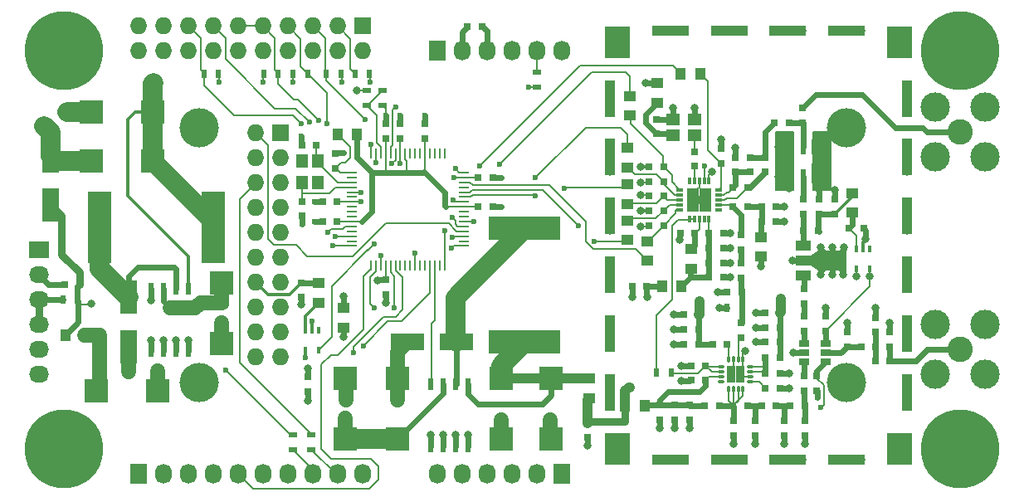
<source format=gbr>
G04 #@! TF.FileFunction,Copper,L4,Bot,Signal*
%FSLAX46Y46*%
G04 Gerber Fmt 4.6, Leading zero omitted, Abs format (unit mm)*
G04 Created by KiCad (PCBNEW 201611221049+7374~55~ubuntu16.04.1-product) date Sun Nov 27 19:54:39 2016*
%MOMM*%
%LPD*%
G01*
G04 APERTURE LIST*
%ADD10C,0.100000*%
%ADD11R,0.750000X0.800000*%
%ADD12R,0.800000X0.750000*%
%ADD13R,2.430000X2.370000*%
%ADD14R,2.370000X2.430000*%
%ADD15R,1.800860X3.500120*%
%ADD16R,3.500120X1.800860*%
%ADD17R,0.406400X0.660400*%
%ADD18R,0.508000X1.143000*%
%ADD19R,0.250000X1.000000*%
%ADD20R,1.000000X0.250000*%
%ADD21R,1.000000X1.500000*%
%ADD22R,1.000000X2.100000*%
%ADD23R,0.600000X1.500000*%
%ADD24R,1.060000X0.650000*%
%ADD25R,1.501140X1.000760*%
%ADD26R,2.999740X1.998980*%
%ADD27C,0.749300*%
%ADD28R,0.500000X0.900000*%
%ADD29R,2.032000X1.727200*%
%ADD30O,2.032000X1.727200*%
%ADD31R,1.727200X2.032000*%
%ADD32O,1.727200X2.032000*%
%ADD33C,2.600000*%
%ADD34C,3.000000*%
%ADD35R,1.727200X1.727200*%
%ADD36O,1.727200X1.727200*%
%ADD37R,2.400000X7.300000*%
%ADD38R,7.300000X2.400000*%
%ADD39R,0.900000X0.500000*%
%ADD40R,0.730000X0.300000*%
%ADD41R,0.300000X0.730000*%
%ADD42R,1.250000X1.250000*%
%ADD43O,0.300000X0.800000*%
%ADD44O,0.800000X0.300000*%
%ADD45R,0.875000X0.875000*%
%ADD46R,1.200000X1.400000*%
%ADD47R,1.400000X1.200000*%
%ADD48R,1.250000X1.000000*%
%ADD49R,1.000000X1.250000*%
%ADD50C,4.000000*%
%ADD51C,8.000000*%
%ADD52R,1.000000X3.800000*%
%ADD53R,2.550000X3.300000*%
%ADD54R,3.800000X1.000000*%
%ADD55C,1.400000*%
%ADD56C,0.800000*%
%ADD57C,1.600000*%
%ADD58C,0.600000*%
%ADD59C,1.000000*%
%ADD60C,0.300000*%
%ADD61C,0.600000*%
%ADD62C,1.500000*%
%ADD63C,2.000000*%
%ADD64C,0.200000*%
%ADD65C,1.000000*%
%ADD66C,0.800000*%
G04 APERTURE END LIST*
D10*
D11*
X64900000Y-130350000D03*
X64900000Y-131850000D03*
D12*
X83350000Y-104200000D03*
X81850000Y-104200000D03*
X42250000Y-130500000D03*
X40750000Y-130500000D03*
D13*
X56800000Y-136570000D03*
X56800000Y-130330000D03*
X74700000Y-140080000D03*
X74700000Y-146320000D03*
D14*
X50220000Y-141400000D03*
X43980000Y-141400000D03*
D13*
X69400000Y-140080000D03*
X69400000Y-146320000D03*
D14*
X43480000Y-117950000D03*
X49720000Y-117950000D03*
D13*
X90400000Y-146320000D03*
X90400000Y-140080000D03*
D14*
X43480000Y-112950000D03*
X49720000Y-112950000D03*
D13*
X85300000Y-146320000D03*
X85300000Y-140080000D03*
D11*
X65600000Y-139950000D03*
X65600000Y-141450000D03*
X94100000Y-144650000D03*
X94100000Y-146150000D03*
D12*
X68550000Y-124100000D03*
X67050000Y-124100000D03*
X82950000Y-122600000D03*
X84450000Y-122600000D03*
D11*
X73500000Y-115650000D03*
X73500000Y-114150000D03*
X68400000Y-118650000D03*
X68400000Y-117150000D03*
X77500000Y-115650000D03*
X77500000Y-114150000D03*
D12*
X66450000Y-116300000D03*
X64950000Y-116300000D03*
X68550000Y-122100000D03*
X67050000Y-122100000D03*
D11*
X73500000Y-130050000D03*
X73500000Y-131550000D03*
D12*
X82950000Y-119600000D03*
X84450000Y-119600000D03*
D11*
X65000000Y-122050000D03*
X65000000Y-123550000D03*
X75000000Y-115650000D03*
X75000000Y-114150000D03*
D12*
X101850000Y-124500000D03*
X100350000Y-124500000D03*
X101850000Y-123000000D03*
X100350000Y-123000000D03*
X101850000Y-121500000D03*
X100350000Y-121500000D03*
X101850000Y-120000000D03*
X100350000Y-120000000D03*
X101850000Y-118500000D03*
X100350000Y-118500000D03*
D11*
X107700000Y-118150000D03*
X107700000Y-116650000D03*
D12*
X98650000Y-130700000D03*
X100150000Y-130700000D03*
X103550000Y-125300000D03*
X105050000Y-125300000D03*
D11*
X105000000Y-118450000D03*
X105000000Y-116950000D03*
X101100000Y-115150000D03*
X101100000Y-113650000D03*
D12*
X106450000Y-129800000D03*
X107950000Y-129800000D03*
X106450000Y-128300000D03*
X107950000Y-128300000D03*
X106450000Y-126800000D03*
X107950000Y-126800000D03*
X106450000Y-125300000D03*
X107950000Y-125300000D03*
X111850000Y-124100000D03*
X113350000Y-124100000D03*
X111850000Y-122600000D03*
X113350000Y-122600000D03*
D11*
X109200000Y-119050000D03*
X109200000Y-117550000D03*
X109800000Y-125450000D03*
X109800000Y-126950000D03*
X112200000Y-119050000D03*
X112200000Y-117550000D03*
X109800000Y-135950000D03*
X109800000Y-134450000D03*
D12*
X109850000Y-131300000D03*
X108350000Y-131300000D03*
X103950000Y-133600000D03*
X105450000Y-133600000D03*
X103950000Y-135100000D03*
X105450000Y-135100000D03*
X103950000Y-136600000D03*
X105450000Y-136600000D03*
X114650000Y-114000000D03*
X113150000Y-114000000D03*
D11*
X116050000Y-112500000D03*
X116050000Y-114000000D03*
D12*
X104650000Y-138800000D03*
X106150000Y-138800000D03*
X112250000Y-139600000D03*
X113750000Y-139600000D03*
X113750000Y-136400000D03*
X112250000Y-136400000D03*
X113750000Y-134900000D03*
X112250000Y-134900000D03*
X113750000Y-133400000D03*
X112250000Y-133400000D03*
X106150000Y-140300000D03*
X104650000Y-140300000D03*
X112250000Y-141100000D03*
X113750000Y-141100000D03*
D11*
X109000000Y-144450000D03*
X109000000Y-145950000D03*
X104500000Y-142850000D03*
X104500000Y-144350000D03*
X103000000Y-142850000D03*
X103000000Y-144350000D03*
X101500000Y-142850000D03*
X101500000Y-144350000D03*
D12*
X120750000Y-124800000D03*
X122250000Y-124800000D03*
D11*
X111200000Y-144450000D03*
X111200000Y-145950000D03*
X116200000Y-139850000D03*
X116200000Y-141350000D03*
X116200000Y-133750000D03*
X116200000Y-135250000D03*
X116100000Y-121850000D03*
X116100000Y-123350000D03*
X114200000Y-144450000D03*
X114200000Y-145950000D03*
X117700000Y-123350000D03*
X117700000Y-121850000D03*
X119300000Y-123350000D03*
X119300000Y-121850000D03*
X116300000Y-144450000D03*
X116300000Y-145950000D03*
X120600000Y-136850000D03*
X120600000Y-135350000D03*
X117500000Y-139850000D03*
X117500000Y-141350000D03*
X123500000Y-135400000D03*
X123500000Y-133900000D03*
X118400000Y-135250000D03*
X118400000Y-133750000D03*
D12*
X123450000Y-138300000D03*
X124950000Y-138300000D03*
D15*
X47250000Y-136849360D03*
X47250000Y-131850640D03*
D16*
X75700640Y-136400000D03*
X80699360Y-136400000D03*
D17*
X65339600Y-135184000D03*
X66660400Y-135184000D03*
X66000000Y-135184000D03*
X66660400Y-137216000D03*
X65339600Y-137216000D03*
D18*
X49545000Y-137325000D03*
X50815000Y-137325000D03*
X52085000Y-137325000D03*
X53355000Y-137325000D03*
X53355000Y-130975000D03*
X52085000Y-130975000D03*
X50815000Y-130975000D03*
X49545000Y-130975000D03*
X78095000Y-147075000D03*
X79365000Y-147075000D03*
X80635000Y-147075000D03*
X81905000Y-147075000D03*
X81905000Y-140725000D03*
X80635000Y-140725000D03*
X79365000Y-140725000D03*
X78095000Y-140725000D03*
D19*
X72000000Y-117150000D03*
X72500000Y-117150000D03*
X73000000Y-117150000D03*
X73500000Y-117150000D03*
X74000000Y-117150000D03*
X74500000Y-117150000D03*
X75000000Y-117150000D03*
X75500000Y-117150000D03*
X76000000Y-117150000D03*
X76500000Y-117150000D03*
X77000000Y-117150000D03*
X77500000Y-117150000D03*
X78000000Y-117150000D03*
X78500000Y-117150000D03*
X79000000Y-117150000D03*
X79500000Y-117150000D03*
D20*
X81450000Y-119100000D03*
X81450000Y-119600000D03*
X81450000Y-120100000D03*
X81450000Y-120600000D03*
X81450000Y-121100000D03*
X81450000Y-121600000D03*
X81450000Y-122100000D03*
X81450000Y-122600000D03*
X81450000Y-123100000D03*
X81450000Y-123600000D03*
X81450000Y-124100000D03*
X81450000Y-124600000D03*
X81450000Y-125100000D03*
X81450000Y-125600000D03*
X81450000Y-126100000D03*
X81450000Y-126600000D03*
D19*
X79500000Y-128550000D03*
X79000000Y-128550000D03*
X78500000Y-128550000D03*
X78000000Y-128550000D03*
X77500000Y-128550000D03*
X77000000Y-128550000D03*
X76500000Y-128550000D03*
X76000000Y-128550000D03*
X75500000Y-128550000D03*
X75000000Y-128550000D03*
X74500000Y-128550000D03*
X74000000Y-128550000D03*
X73500000Y-128550000D03*
X73000000Y-128550000D03*
X72500000Y-128550000D03*
X72000000Y-128550000D03*
D20*
X70050000Y-126600000D03*
X70050000Y-126100000D03*
X70050000Y-125600000D03*
X70050000Y-125100000D03*
X70050000Y-124600000D03*
X70050000Y-124100000D03*
X70050000Y-123600000D03*
X70050000Y-123100000D03*
X70050000Y-122600000D03*
X70050000Y-122100000D03*
X70050000Y-121600000D03*
X70050000Y-121100000D03*
X70050000Y-120600000D03*
X70050000Y-120100000D03*
X70050000Y-119600000D03*
X70050000Y-119100000D03*
D17*
X121539600Y-126884000D03*
X122860400Y-126884000D03*
X122200000Y-126884000D03*
X122860400Y-128916000D03*
X121539600Y-128916000D03*
D21*
X117500000Y-116500000D03*
X114700000Y-116500000D03*
X114700000Y-119500000D03*
D22*
X117500000Y-119200000D03*
D23*
X116100000Y-116500000D03*
X116100000Y-119500000D03*
D24*
X116200000Y-138450000D03*
X116200000Y-137500000D03*
X116200000Y-136550000D03*
X118400000Y-136550000D03*
X118400000Y-138450000D03*
X118400000Y-137500000D03*
D25*
X116148340Y-129601140D03*
X116148340Y-128100000D03*
X116148340Y-126598860D03*
D26*
X119099820Y-128100000D03*
D27*
X117250700Y-128100000D03*
D10*
G36*
X116876050Y-127599620D02*
X117625350Y-127099240D01*
X117625350Y-129100760D01*
X116876050Y-128600380D01*
X116876050Y-127599620D01*
X116876050Y-127599620D01*
G37*
D28*
X40550000Y-132100000D03*
X42050000Y-132100000D03*
D29*
X38100000Y-127000000D03*
D30*
X38100000Y-129540000D03*
X38100000Y-132080000D03*
X38100000Y-134620000D03*
X38100000Y-137160000D03*
X38100000Y-139700000D03*
D31*
X48260000Y-149860000D03*
D32*
X50800000Y-149860000D03*
X53340000Y-149860000D03*
X55880000Y-149860000D03*
X58420000Y-149860000D03*
X60960000Y-149860000D03*
X63500000Y-149860000D03*
X66040000Y-149860000D03*
X68580000Y-149860000D03*
X71120000Y-149860000D03*
D31*
X91440000Y-149860000D03*
D32*
X88900000Y-149860000D03*
X86360000Y-149860000D03*
X83820000Y-149860000D03*
X81280000Y-149860000D03*
X78740000Y-149860000D03*
D31*
X78740000Y-106680000D03*
D32*
X81280000Y-106680000D03*
X83820000Y-106680000D03*
X86360000Y-106680000D03*
X88900000Y-106680000D03*
X91440000Y-106680000D03*
D33*
X132080000Y-137160000D03*
D34*
X134620000Y-139700000D03*
X134620000Y-134620000D03*
X129540000Y-134620000D03*
X129540000Y-139700000D03*
D33*
X132080000Y-114935000D03*
D34*
X129540000Y-117475000D03*
X134620000Y-117475000D03*
X134620000Y-112395000D03*
X129540000Y-112395000D03*
D35*
X62770000Y-115070000D03*
D36*
X60230000Y-115070000D03*
X62770000Y-117610000D03*
X60230000Y-117610000D03*
X62770000Y-120150000D03*
X60230000Y-120150000D03*
X62770000Y-122690000D03*
X60230000Y-122690000D03*
X62770000Y-125230000D03*
X60230000Y-125230000D03*
X62770000Y-127770000D03*
X60230000Y-127770000D03*
X62770000Y-130310000D03*
X60230000Y-130310000D03*
X62770000Y-132850000D03*
X60230000Y-132850000D03*
X62770000Y-135390000D03*
X60230000Y-135390000D03*
X62770000Y-137930000D03*
X60230000Y-137930000D03*
D35*
X71120000Y-104140000D03*
D36*
X71120000Y-106680000D03*
X68580000Y-104140000D03*
X68580000Y-106680000D03*
X66040000Y-104140000D03*
X66040000Y-106680000D03*
X63500000Y-104140000D03*
X63500000Y-106680000D03*
X60960000Y-104140000D03*
X60960000Y-106680000D03*
X58420000Y-104140000D03*
X58420000Y-106680000D03*
X55880000Y-104140000D03*
X55880000Y-106680000D03*
X53340000Y-104140000D03*
X53340000Y-106680000D03*
X50800000Y-104140000D03*
X50800000Y-106680000D03*
X48260000Y-104140000D03*
X48260000Y-106680000D03*
D37*
X55900000Y-124700000D03*
X44300000Y-124700000D03*
D38*
X87700000Y-136400000D03*
X87700000Y-124800000D03*
D39*
X64000000Y-147350000D03*
X64000000Y-145850000D03*
X88900000Y-110350000D03*
X88900000Y-108850000D03*
X65900000Y-145850000D03*
X65900000Y-147350000D03*
X71600000Y-110750000D03*
X71600000Y-112250000D03*
X73200000Y-110750000D03*
X73200000Y-112250000D03*
D28*
X56450000Y-109000000D03*
X54950000Y-109000000D03*
X61050000Y-109000000D03*
X62550000Y-109000000D03*
X64050000Y-109000000D03*
X65550000Y-109000000D03*
X68950000Y-109000000D03*
X67450000Y-109000000D03*
X71850000Y-109000000D03*
X70350000Y-109000000D03*
X109850000Y-132900000D03*
X108350000Y-132900000D03*
X101150000Y-139500000D03*
X102650000Y-139500000D03*
D40*
X107465000Y-120900000D03*
X107465000Y-121400000D03*
X107465000Y-121900000D03*
X107465000Y-122400000D03*
X107465000Y-122900000D03*
D41*
X106500000Y-123865000D03*
X106000000Y-123865000D03*
X105500000Y-123865000D03*
X105000000Y-123865000D03*
X104500000Y-123865000D03*
D40*
X103535000Y-122900000D03*
X103535000Y-122400000D03*
X103535000Y-121900000D03*
X103535000Y-121400000D03*
X103535000Y-120900000D03*
D41*
X104500000Y-119935000D03*
X105000000Y-119935000D03*
X105500000Y-119935000D03*
X106000000Y-119935000D03*
X106500000Y-119935000D03*
D42*
X104875000Y-122525000D03*
X104875000Y-121275000D03*
X106125000Y-122525000D03*
X106125000Y-121275000D03*
D43*
X108470000Y-138200000D03*
X108970000Y-138200000D03*
X109470000Y-138200000D03*
X109970000Y-138200000D03*
D44*
X110720000Y-138950000D03*
X110720000Y-139450000D03*
X110720000Y-139950000D03*
X110720000Y-140450000D03*
D43*
X109970000Y-141200000D03*
X109470000Y-141200000D03*
X108970000Y-141200000D03*
X108470000Y-141200000D03*
D44*
X107720000Y-140450000D03*
X107720000Y-139950000D03*
X107720000Y-139450000D03*
X107720000Y-138950000D03*
D45*
X109657500Y-140137500D03*
X108782500Y-140137500D03*
X109657500Y-139262500D03*
X108782500Y-139262500D03*
D46*
X66600000Y-117900000D03*
X66600000Y-120100000D03*
X65000000Y-117900000D03*
X65000000Y-120100000D03*
D47*
X102800000Y-113700000D03*
X105000000Y-113700000D03*
X102800000Y-115300000D03*
X105000000Y-115300000D03*
D48*
X66700000Y-132400000D03*
X66700000Y-130400000D03*
D49*
X40800000Y-135700000D03*
X42800000Y-135700000D03*
D48*
X94300000Y-140100000D03*
X94300000Y-142100000D03*
X69200000Y-132900000D03*
X69200000Y-134900000D03*
D49*
X68600000Y-115200000D03*
X70600000Y-115200000D03*
D48*
X100200000Y-128100000D03*
X100200000Y-126100000D03*
X98200000Y-126000000D03*
X98200000Y-124000000D03*
X98200000Y-120300000D03*
X98200000Y-122300000D03*
X98200000Y-116600000D03*
X98200000Y-118600000D03*
X98400000Y-111300000D03*
X98400000Y-113300000D03*
D49*
X103600000Y-109000000D03*
X105600000Y-109000000D03*
X103700000Y-130700000D03*
X101700000Y-130700000D03*
D48*
X104700000Y-126900000D03*
X104700000Y-128900000D03*
X101200000Y-112000000D03*
X101200000Y-110000000D03*
X111800000Y-125700000D03*
X111800000Y-127700000D03*
D12*
X110450000Y-122600000D03*
X108950000Y-122600000D03*
X108950000Y-120600000D03*
X110450000Y-120600000D03*
D11*
X110700000Y-119050000D03*
X110700000Y-117550000D03*
X109800000Y-128350000D03*
X109800000Y-129850000D03*
D12*
X108350000Y-136600000D03*
X106850000Y-136600000D03*
X113750000Y-138000000D03*
X112250000Y-138000000D03*
D49*
X97900000Y-142900000D03*
X99900000Y-142900000D03*
D12*
X107550000Y-142900000D03*
X106050000Y-142900000D03*
X108950000Y-142900000D03*
X110450000Y-142900000D03*
D48*
X121100000Y-123200000D03*
X121100000Y-121200000D03*
D12*
X111850000Y-142900000D03*
X113350000Y-142900000D03*
X117650000Y-125000000D03*
X116150000Y-125000000D03*
X114750000Y-142900000D03*
X116250000Y-142900000D03*
D11*
X116200000Y-130950000D03*
X116200000Y-132450000D03*
D12*
X122000000Y-136850000D03*
X123500000Y-136850000D03*
D11*
X124900000Y-136850000D03*
X124900000Y-135350000D03*
D50*
X120500000Y-140500000D03*
X54500000Y-114500000D03*
X120500000Y-114500000D03*
X54500000Y-140500000D03*
D51*
X40640000Y-147320000D03*
X132080000Y-147320000D03*
X132080000Y-106680000D03*
X40640000Y-106680000D03*
D52*
X126685000Y-141540000D03*
X126685000Y-135540000D03*
X126685000Y-129540000D03*
X126685000Y-123540000D03*
X126685000Y-117540000D03*
X126685000Y-111540000D03*
X96385000Y-141540000D03*
X96385000Y-135540000D03*
X96385000Y-129540000D03*
X96385000Y-123540000D03*
X96385000Y-117540000D03*
X96385000Y-111540000D03*
D53*
X125910000Y-147290000D03*
X125910000Y-105790000D03*
X97160000Y-147290000D03*
X97160000Y-105790000D03*
D54*
X102535000Y-104640000D03*
X108535000Y-104640000D03*
X114535000Y-104640000D03*
X120535000Y-104640000D03*
X102535000Y-148440000D03*
X108535000Y-148440000D03*
X114535000Y-148440000D03*
X120535000Y-148440000D03*
D15*
X39300000Y-122399360D03*
X39300000Y-117400640D03*
D55*
X47300000Y-139400000D03*
X50250000Y-139350000D03*
X56800000Y-134450000D03*
D56*
X53350000Y-136175000D03*
X52100000Y-136175000D03*
X50825000Y-136175000D03*
X49550000Y-136175000D03*
X49550000Y-132150000D03*
D57*
X38650000Y-114350000D03*
X41000000Y-112950000D03*
D56*
X123500000Y-132950000D03*
D58*
X117550000Y-142050000D03*
D56*
X99500000Y-121400000D03*
X99500000Y-124600000D03*
X99500000Y-120100000D03*
X103700000Y-140400000D03*
X73500000Y-132400000D03*
X65600000Y-142400000D03*
X64900000Y-132600000D03*
D58*
X66000000Y-134300000D03*
X85300000Y-122600000D03*
X85300000Y-119600000D03*
X66200000Y-124100000D03*
X66200000Y-122100000D03*
X65000000Y-124400000D03*
X64900000Y-115400000D03*
X69200000Y-117100000D03*
X77500000Y-113300000D03*
X73500000Y-113300000D03*
X75000000Y-113300000D03*
X80600000Y-118700000D03*
X73000000Y-127600000D03*
X72500000Y-118100000D03*
X71000000Y-121100000D03*
D55*
X90300000Y-144300000D03*
X85300000Y-144300000D03*
X69500000Y-142300000D03*
X74700000Y-142300000D03*
D56*
X78100000Y-145900000D03*
X79400000Y-145900000D03*
X80600000Y-145900000D03*
X81900000Y-145900000D03*
X126700000Y-107000000D03*
X126700000Y-104600000D03*
X125100000Y-104600000D03*
X122000000Y-104600000D03*
X119100000Y-104600000D03*
X116000000Y-104600000D03*
X113100000Y-104600000D03*
X110000000Y-104600000D03*
X107100000Y-104600000D03*
X104000000Y-104600000D03*
X101100000Y-104600000D03*
X98000000Y-104600000D03*
X96400000Y-104600000D03*
X96400000Y-107000000D03*
X96400000Y-110100000D03*
X96400000Y-113000000D03*
X96400000Y-116100000D03*
X96400000Y-119000000D03*
X96400000Y-122100000D03*
X96400000Y-125000000D03*
X96400000Y-128100000D03*
X96400000Y-131000000D03*
X96400000Y-137000000D03*
X96400000Y-134100000D03*
X96400000Y-140100000D03*
X96400000Y-143000000D03*
X96300000Y-146100000D03*
X96300000Y-148500000D03*
X98000000Y-148500000D03*
X101100000Y-148400000D03*
X104000000Y-148400000D03*
X107100000Y-148400000D03*
X110000000Y-148400000D03*
X113100000Y-148400000D03*
X116000000Y-148400000D03*
X119100000Y-148400000D03*
X122000000Y-148400000D03*
X125100000Y-148500000D03*
X126700000Y-148500000D03*
X126700000Y-146100000D03*
X126700000Y-143000000D03*
X126700000Y-140100000D03*
X126700000Y-137000000D03*
X126700000Y-134100000D03*
X126700000Y-131000000D03*
X126700000Y-128100000D03*
X126700000Y-125000000D03*
X126700000Y-122100000D03*
X126700000Y-119000000D03*
X126700000Y-116100000D03*
X126700000Y-113000000D03*
X126700000Y-110100000D03*
X99500000Y-118500000D03*
X99500000Y-123000000D03*
X102800000Y-112500000D03*
X105000000Y-112500000D03*
X98700000Y-131800000D03*
X107700000Y-115700000D03*
X105500000Y-121900000D03*
X104700000Y-121100000D03*
X106300000Y-121100000D03*
X106300000Y-122700000D03*
X104700000Y-122700000D03*
X107600000Y-132900000D03*
X107400000Y-131300000D03*
X109200000Y-116600000D03*
X114200000Y-124100000D03*
X114200000Y-122600000D03*
X103500000Y-126000000D03*
X108700000Y-129800000D03*
X108700000Y-128300000D03*
X108700000Y-126800000D03*
X108700000Y-125300000D03*
X94100000Y-147000000D03*
X102900000Y-133600000D03*
X102900000Y-135100000D03*
X102900000Y-136600000D03*
X111300000Y-136400000D03*
X111300000Y-134900000D03*
X111300000Y-133400000D03*
X110200000Y-137300000D03*
X108782500Y-140137500D03*
X108782500Y-139262500D03*
X109657500Y-140137500D03*
X109657500Y-139262500D03*
X114700000Y-139600000D03*
X114700000Y-141100000D03*
X103700000Y-138800000D03*
X101500000Y-145200000D03*
X103000000Y-145200000D03*
X104500000Y-145200000D03*
X109000000Y-146800000D03*
X111200000Y-146800000D03*
X114200000Y-146800000D03*
X116300000Y-146800000D03*
X118400000Y-132900000D03*
X122500000Y-125900000D03*
X120200000Y-129500000D03*
X120300000Y-126700000D03*
X117900000Y-129500000D03*
X117900000Y-126700000D03*
X119100000Y-129500000D03*
X119100000Y-126700000D03*
X115000000Y-128100000D03*
X113600000Y-116500000D03*
X114700000Y-115300000D03*
X117500000Y-115300000D03*
X118600000Y-116500000D03*
X113600000Y-119500000D03*
X114700000Y-120700000D03*
X118600000Y-119200000D03*
X117700000Y-120800000D03*
X119300000Y-120900000D03*
X115100000Y-137500000D03*
X124900000Y-134400000D03*
X120600000Y-134400000D03*
D57*
X49800000Y-109950000D03*
D56*
X65600000Y-139100000D03*
D58*
X65300000Y-138000000D03*
D56*
X69200000Y-135900000D03*
X100000000Y-110000000D03*
X111800000Y-128700000D03*
X100200000Y-131800000D03*
X121500000Y-129700000D03*
X43500000Y-132500000D03*
X70600000Y-110700000D03*
D57*
X56800000Y-132400000D03*
D55*
X69400000Y-144200000D03*
X44300000Y-135700000D03*
D59*
X113800000Y-132000000D03*
X98400000Y-141000000D03*
X105500000Y-132200000D03*
D56*
X72700000Y-130100000D03*
D58*
X56500000Y-109900000D03*
X61000000Y-109900000D03*
X64000000Y-109900000D03*
X69000000Y-109900000D03*
X71900000Y-109900000D03*
X80500000Y-119600000D03*
X75000000Y-118200000D03*
X72000000Y-116200000D03*
X71000000Y-122100000D03*
D56*
X69200000Y-131700000D03*
D58*
X117900000Y-143100000D03*
X106000000Y-118450000D03*
D56*
X106800000Y-119000000D03*
X122900000Y-129700000D03*
D58*
X57200000Y-139250000D03*
X80300000Y-125700000D03*
X88050000Y-110350000D03*
X74500000Y-112400000D03*
X74150000Y-118200000D03*
X94800000Y-126100000D03*
X93200000Y-124500000D03*
X88800000Y-121500000D03*
X88800000Y-119650000D03*
X80400000Y-121900000D03*
X83100000Y-118400000D03*
X91700000Y-120700000D03*
X82500000Y-124100000D03*
X80300000Y-123700000D03*
X85100000Y-118300000D03*
X72300000Y-126400000D03*
X80250000Y-126850000D03*
X71400000Y-113700000D03*
X79500000Y-125000000D03*
X71200000Y-136800000D03*
X76500000Y-127350000D03*
X64900000Y-114150000D03*
X70200000Y-137500000D03*
X74400000Y-132900000D03*
X72300000Y-132900000D03*
X65700000Y-113950000D03*
X68100000Y-126600000D03*
X67500000Y-114150000D03*
X68400000Y-125600000D03*
X67600000Y-125200000D03*
X66700000Y-113800000D03*
D60*
X60230000Y-130310000D02*
X61470000Y-131550000D01*
X63700000Y-131550000D02*
X64900000Y-130350000D01*
X61470000Y-131550000D02*
X63700000Y-131550000D01*
D61*
X64900000Y-130350000D02*
X64950000Y-130400000D01*
X64950000Y-130400000D02*
X66700000Y-130400000D01*
D62*
X47250000Y-136849360D02*
X47300000Y-136899360D01*
X47300000Y-136899360D02*
X47300000Y-139400000D01*
X50220000Y-141400000D02*
X50250000Y-141370000D01*
X50250000Y-141370000D02*
X50250000Y-139350000D01*
X56800000Y-136570000D02*
X56800000Y-134450000D01*
D61*
X53355000Y-137325000D02*
X53350000Y-137320000D01*
X53350000Y-137320000D02*
X53350000Y-136175000D01*
X52085000Y-137325000D02*
X52100000Y-137310000D01*
X52100000Y-137310000D02*
X52100000Y-136175000D01*
X50815000Y-137325000D02*
X50825000Y-137315000D01*
X50825000Y-137315000D02*
X50825000Y-136175000D01*
X49545000Y-137325000D02*
X49550000Y-137320000D01*
X49550000Y-137320000D02*
X49550000Y-136175000D01*
X49545000Y-130975000D02*
X49545000Y-132145000D01*
X49545000Y-132145000D02*
X49550000Y-132150000D01*
D63*
X43480000Y-117950000D02*
X39849360Y-117950000D01*
X39849360Y-117950000D02*
X39300000Y-117400640D01*
X39300000Y-117400640D02*
X39300000Y-115000000D01*
X39300000Y-115000000D02*
X38650000Y-114350000D01*
X43480000Y-112950000D02*
X41050000Y-112950000D01*
X41050000Y-112950000D02*
X41000000Y-112950000D01*
D61*
X123500000Y-133900000D02*
X123500000Y-132950000D01*
X117500000Y-141350000D02*
X117550000Y-141350000D01*
X117550000Y-141350000D02*
X117550000Y-142050000D01*
X40750000Y-130500000D02*
X39060000Y-130500000D01*
X39060000Y-130500000D02*
X38100000Y-129540000D01*
D64*
X99500000Y-121400000D02*
X100250000Y-121400000D01*
X100250000Y-121400000D02*
X100350000Y-121500000D01*
X99500000Y-124600000D02*
X100250000Y-124600000D01*
X100250000Y-124600000D02*
X100350000Y-124500000D01*
X99500000Y-120100000D02*
X100250000Y-120100000D01*
X100250000Y-120100000D02*
X100350000Y-120000000D01*
D61*
X103700000Y-140400000D02*
X104550000Y-140400000D01*
X104550000Y-140400000D02*
X104650000Y-140300000D01*
X117250700Y-128100000D02*
X119099820Y-128100000D01*
X119099820Y-128100000D02*
X116148340Y-128100000D01*
X73500000Y-131550000D02*
X73500000Y-132400000D01*
X65600000Y-141450000D02*
X65600000Y-142400000D01*
X64900000Y-131850000D02*
X64900000Y-132600000D01*
X81280000Y-106680000D02*
X81280000Y-104770000D01*
X81280000Y-104770000D02*
X81850000Y-104200000D01*
D60*
X66000000Y-135184000D02*
X66000000Y-134300000D01*
D61*
X84450000Y-122600000D02*
X85300000Y-122600000D01*
X84450000Y-119600000D02*
X85300000Y-119600000D01*
X67050000Y-124100000D02*
X66200000Y-124100000D01*
X67050000Y-122100000D02*
X66200000Y-122100000D01*
X65000000Y-123550000D02*
X65000000Y-124400000D01*
X64950000Y-116300000D02*
X64900000Y-116250000D01*
X64900000Y-116250000D02*
X64900000Y-115400000D01*
X68400000Y-117150000D02*
X68450000Y-117100000D01*
X68450000Y-117100000D02*
X69200000Y-117100000D01*
X77500000Y-114150000D02*
X77500000Y-113300000D01*
D64*
X73200000Y-112250000D02*
X73500000Y-112550000D01*
D61*
X73500000Y-113300000D02*
X73500000Y-114150000D01*
D64*
X73500000Y-112550000D02*
X73500000Y-113300000D01*
D61*
X75000000Y-114150000D02*
X75000000Y-113300000D01*
D64*
X80600000Y-118700000D02*
X81000000Y-119100000D01*
X81000000Y-119100000D02*
X81450000Y-119100000D01*
X73000000Y-128550000D02*
X73000000Y-127600000D01*
X72500000Y-117150000D02*
X72500000Y-118100000D01*
X70050000Y-121100000D02*
X71000000Y-121100000D01*
D62*
X90400000Y-146320000D02*
X90300000Y-146220000D01*
X90300000Y-146220000D02*
X90300000Y-144300000D01*
X85300000Y-146320000D02*
X85300000Y-144300000D01*
X69400000Y-140080000D02*
X69500000Y-140180000D01*
X69500000Y-140180000D02*
X69500000Y-142300000D01*
X75700640Y-136400000D02*
X74700000Y-137400640D01*
X74700000Y-137400640D02*
X74700000Y-140080000D01*
X74700000Y-140080000D02*
X74700000Y-142300000D01*
D61*
X78095000Y-147075000D02*
X78100000Y-147070000D01*
X78100000Y-147070000D02*
X78100000Y-145900000D01*
X79365000Y-147075000D02*
X79400000Y-147040000D01*
X79400000Y-147040000D02*
X79400000Y-145900000D01*
X80635000Y-147075000D02*
X80600000Y-147040000D01*
X80600000Y-147040000D02*
X80600000Y-145900000D01*
X81905000Y-147075000D02*
X81900000Y-147070000D01*
X81900000Y-147070000D02*
X81900000Y-145900000D01*
D60*
X100350000Y-118500000D02*
X99500000Y-118500000D01*
X100350000Y-123000000D02*
X99500000Y-123000000D01*
D61*
X122250000Y-124800000D02*
X122500000Y-125050000D01*
X122500000Y-125050000D02*
X122500000Y-125900000D01*
X102800000Y-113700000D02*
X102750000Y-113650000D01*
X102750000Y-113650000D02*
X101100000Y-113650000D01*
X102800000Y-113700000D02*
X102800000Y-112500000D01*
X105000000Y-113700000D02*
X105000000Y-112500000D01*
X98650000Y-130700000D02*
X98700000Y-130750000D01*
X98700000Y-130750000D02*
X98700000Y-131800000D01*
X107700000Y-116650000D02*
X107700000Y-115700000D01*
D64*
X105500000Y-119935000D02*
X105500000Y-120600000D01*
X105500000Y-120600000D02*
X105500000Y-120650000D01*
X105500000Y-120650000D02*
X104700000Y-121100000D01*
D61*
X108350000Y-132900000D02*
X107600000Y-132900000D01*
X108350000Y-131300000D02*
X107400000Y-131300000D01*
X109200000Y-117550000D02*
X109200000Y-116600000D01*
X113350000Y-124100000D02*
X114200000Y-124100000D01*
X113350000Y-122600000D02*
X114200000Y-122600000D01*
X103550000Y-125300000D02*
X103500000Y-125350000D01*
X103500000Y-125350000D02*
X103500000Y-126000000D01*
X107950000Y-129800000D02*
X108700000Y-129800000D01*
X107950000Y-128300000D02*
X108700000Y-128300000D01*
X107950000Y-126800000D02*
X108700000Y-126800000D01*
X107950000Y-125300000D02*
X108700000Y-125300000D01*
X94100000Y-146150000D02*
X94100000Y-147000000D01*
D65*
X85300000Y-146320000D02*
X85400000Y-146220000D01*
D61*
X103950000Y-133600000D02*
X102900000Y-133600000D01*
X103950000Y-135100000D02*
X102900000Y-135100000D01*
X103950000Y-136600000D02*
X102900000Y-136600000D01*
X112250000Y-136400000D02*
X111300000Y-136400000D01*
X112250000Y-134900000D02*
X111300000Y-134900000D01*
X112250000Y-133400000D02*
X111300000Y-133400000D01*
D64*
X109970000Y-138200000D02*
X109970000Y-137530000D01*
X109970000Y-137530000D02*
X110200000Y-137300000D01*
X108970000Y-139075000D02*
X108782500Y-139262500D01*
X109845000Y-139950000D02*
X109657500Y-140137500D01*
X109970000Y-138950000D02*
X109657500Y-139262500D01*
X108970000Y-138200000D02*
X108970000Y-139075000D01*
X109970000Y-138200000D02*
X109970000Y-138950000D01*
X110720000Y-139950000D02*
X109845000Y-139950000D01*
D61*
X113750000Y-139600000D02*
X114700000Y-139600000D01*
X113750000Y-141100000D02*
X114700000Y-141100000D01*
X104650000Y-138800000D02*
X103700000Y-138800000D01*
X101500000Y-144350000D02*
X101500000Y-145200000D01*
X103000000Y-144350000D02*
X103000000Y-145200000D01*
X104500000Y-144350000D02*
X104500000Y-145200000D01*
X109000000Y-145950000D02*
X109000000Y-146800000D01*
X111200000Y-145950000D02*
X111200000Y-146800000D01*
X114200000Y-145950000D02*
X114200000Y-146800000D01*
X116300000Y-145950000D02*
X116300000Y-146800000D01*
X118400000Y-133750000D02*
X118400000Y-132900000D01*
D60*
X122200000Y-126884000D02*
X122200000Y-126200000D01*
X122200000Y-126200000D02*
X122500000Y-125900000D01*
D61*
X119099820Y-128100000D02*
X119100000Y-128100000D01*
X119100000Y-128100000D02*
X120200000Y-129200000D01*
X120200000Y-129200000D02*
X120200000Y-129500000D01*
X119100000Y-128100000D02*
X120300000Y-126900000D01*
X120300000Y-126900000D02*
X120300000Y-126700000D01*
X119099820Y-128100000D02*
X119000000Y-128100000D01*
X119000000Y-128100000D02*
X117900000Y-129200000D01*
X117900000Y-129200000D02*
X117900000Y-129500000D01*
X119099820Y-128100000D02*
X119099820Y-128099820D01*
X119099820Y-128099820D02*
X117900000Y-126900000D01*
X117900000Y-126900000D02*
X117900000Y-126700000D01*
X119099820Y-128100000D02*
X119099820Y-129499820D01*
X119099820Y-129499820D02*
X119100000Y-129500000D01*
X119099820Y-128100000D02*
X119099820Y-126700180D01*
X119099820Y-126700180D02*
X119100000Y-126700000D01*
X116148340Y-128100000D02*
X115000000Y-128100000D01*
X114700000Y-116500000D02*
X113600000Y-116500000D01*
X114700000Y-116500000D02*
X114700000Y-115300000D01*
X117500000Y-116500000D02*
X117500000Y-115300000D01*
X117500000Y-116500000D02*
X118600000Y-116500000D01*
X114700000Y-119500000D02*
X113600000Y-119500000D01*
X114700000Y-119500000D02*
X114700000Y-120700000D01*
X117500000Y-119200000D02*
X118600000Y-119200000D01*
X117500000Y-119200000D02*
X117500000Y-120600000D01*
X117700000Y-120800000D02*
X117700000Y-121850000D01*
X117500000Y-120600000D02*
X117700000Y-120800000D01*
X119300000Y-121850000D02*
X119300000Y-120900000D01*
X116200000Y-137500000D02*
X115100000Y-137500000D01*
X124900000Y-135350000D02*
X124900000Y-134400000D01*
X120600000Y-135350000D02*
X120600000Y-134400000D01*
X119100000Y-114000000D02*
X120800000Y-115700000D01*
D60*
X53355000Y-130975000D02*
X53355000Y-127655000D01*
X47950000Y-112950000D02*
X49720000Y-112950000D01*
X47200000Y-113700000D02*
X47950000Y-112950000D01*
X47200000Y-121500000D02*
X47200000Y-113700000D01*
X53355000Y-127655000D02*
X47200000Y-121500000D01*
D63*
X49720000Y-112950000D02*
X49720000Y-110030000D01*
X49720000Y-110030000D02*
X49800000Y-109950000D01*
X55900000Y-124700000D02*
X55900000Y-124130000D01*
X55900000Y-124130000D02*
X49720000Y-117950000D01*
X49720000Y-117950000D02*
X49720000Y-112950000D01*
D61*
X65600000Y-139950000D02*
X65600000Y-139100000D01*
D62*
X56200000Y-123120000D02*
X55700000Y-122620000D01*
D61*
X83820000Y-106680000D02*
X83820000Y-104670000D01*
X83820000Y-104670000D02*
X83350000Y-104200000D01*
D60*
X65339600Y-137216000D02*
X65300000Y-137255600D01*
X65300000Y-137255600D02*
X65300000Y-138000000D01*
D61*
X69200000Y-134900000D02*
X69200000Y-135900000D01*
X101200000Y-110000000D02*
X100000000Y-110000000D01*
X111800000Y-127700000D02*
X111800000Y-128700000D01*
X101700000Y-130700000D02*
X100150000Y-130700000D01*
X100150000Y-130700000D02*
X100150000Y-131750000D01*
X100150000Y-131750000D02*
X100200000Y-131800000D01*
D64*
X121539600Y-128916000D02*
X121500000Y-128955600D01*
X121500000Y-128955600D02*
X121500000Y-129700000D01*
D66*
X42250000Y-130500000D02*
X42250000Y-129450000D01*
X40450000Y-123549360D02*
X39300000Y-122399360D01*
X40450000Y-127450000D02*
X40450000Y-123549360D01*
X42250000Y-129250000D02*
X40450000Y-127450000D01*
X42250000Y-129300000D02*
X42250000Y-129250000D01*
X42250000Y-129450000D02*
X42250000Y-129300000D01*
D61*
X42050000Y-132100000D02*
X42050000Y-130700000D01*
X42050000Y-130700000D02*
X42250000Y-130500000D01*
D64*
X71600000Y-110750000D02*
X70550000Y-110750000D01*
X43400000Y-132600000D02*
X42150000Y-132600000D01*
X43500000Y-132500000D02*
X43400000Y-132600000D01*
X70550000Y-110750000D02*
X70600000Y-110700000D01*
D61*
X42150000Y-133900000D02*
X42150000Y-134350000D01*
X42150000Y-134350000D02*
X40800000Y-135700000D01*
X42150000Y-133900000D02*
X42150000Y-132600000D01*
X42150000Y-132600000D02*
X42150000Y-132200000D01*
X42150000Y-132200000D02*
X42050000Y-132100000D01*
X50815000Y-130975000D02*
X50815000Y-132215000D01*
D62*
X54600000Y-132400000D02*
X56800000Y-132400000D01*
X54050000Y-132950000D02*
X54600000Y-132400000D01*
X51550000Y-132950000D02*
X54050000Y-132950000D01*
D61*
X50815000Y-132215000D02*
X51550000Y-132950000D01*
D62*
X56800000Y-130330000D02*
X56800000Y-132400000D01*
X56850000Y-130400000D02*
X56800000Y-130330000D01*
X43980000Y-141400000D02*
X44300000Y-141080000D01*
X44300000Y-141080000D02*
X44300000Y-135700000D01*
D61*
X56800000Y-130330000D02*
X57075000Y-130175000D01*
X50850000Y-131010000D02*
X50815000Y-130975000D01*
D62*
X69400000Y-144200000D02*
X69400000Y-146320000D01*
X42800000Y-135700000D02*
X44300000Y-135700000D01*
D63*
X74700000Y-146320000D02*
X69400000Y-146320000D01*
D61*
X79365000Y-140725000D02*
X79400000Y-140760000D01*
X79400000Y-140760000D02*
X79400000Y-141620000D01*
X79400000Y-141620000D02*
X74700000Y-146320000D01*
D63*
X87700000Y-136400000D02*
X85300000Y-138800000D01*
X85300000Y-138800000D02*
X85300000Y-140080000D01*
D61*
X81905000Y-140725000D02*
X81900000Y-140730000D01*
X81900000Y-140730000D02*
X81900000Y-141700000D01*
X81900000Y-141700000D02*
X82900000Y-142700000D01*
X82900000Y-142700000D02*
X89300000Y-142700000D01*
X89300000Y-142700000D02*
X89500000Y-142700000D01*
X89500000Y-142700000D02*
X90400000Y-141800000D01*
X90400000Y-141800000D02*
X90400000Y-140080000D01*
D65*
X90400000Y-140080000D02*
X85300000Y-140080000D01*
X94300000Y-140100000D02*
X94280000Y-140080000D01*
X94280000Y-140080000D02*
X90400000Y-140080000D01*
X113750000Y-133400000D02*
X113800000Y-133350000D01*
X113800000Y-133350000D02*
X113800000Y-132000000D01*
X94300000Y-142100000D02*
X94100000Y-142300000D01*
X94100000Y-142300000D02*
X94100000Y-144650000D01*
X97900000Y-141400000D02*
X97900000Y-142900000D01*
X98300000Y-141000000D02*
X97900000Y-141400000D01*
X98400000Y-141000000D02*
X98300000Y-141000000D01*
X105500000Y-132200000D02*
X105500000Y-133550000D01*
X105500000Y-133550000D02*
X105450000Y-133600000D01*
D66*
X97900000Y-142900000D02*
X97900000Y-144500000D01*
X97900000Y-144500000D02*
X94250000Y-144500000D01*
X94250000Y-144500000D02*
X94100000Y-144650000D01*
D61*
X105450000Y-135100000D02*
X105450000Y-133600000D01*
X105450000Y-136600000D02*
X105450000Y-135100000D01*
X106850000Y-136600000D02*
X105450000Y-136600000D01*
X113750000Y-134900000D02*
X113750000Y-133400000D01*
X113750000Y-138000000D02*
X113750000Y-136400000D01*
X113750000Y-136400000D02*
X113750000Y-134900000D01*
D64*
X70050000Y-124100000D02*
X71050000Y-124100000D01*
D61*
X72050000Y-123100000D02*
X72050000Y-119050000D01*
X71050000Y-124100000D02*
X72050000Y-123100000D01*
D64*
X75500000Y-117150000D02*
X75500000Y-117750000D01*
X75500000Y-117750000D02*
X75650000Y-117900000D01*
X75650000Y-117900000D02*
X75650000Y-119100000D01*
X75650000Y-119100000D02*
X73500000Y-119100000D01*
X73500000Y-119100000D02*
X73500000Y-117150000D01*
X73500000Y-117150000D02*
X73500000Y-119100000D01*
X75650000Y-117900000D02*
X75650000Y-119100000D01*
X75500000Y-117750000D02*
X75650000Y-117900000D01*
X75650000Y-119100000D02*
X75650000Y-119050000D01*
X75650000Y-119050000D02*
X75650000Y-119100000D01*
X77500000Y-117150000D02*
X77500000Y-119100000D01*
X77500000Y-119100000D02*
X77450000Y-119150000D01*
X77400000Y-119150000D02*
X77400000Y-119000000D01*
X77450000Y-119150000D02*
X77400000Y-119150000D01*
X73500000Y-119100000D02*
X73500000Y-119000000D01*
D61*
X70600000Y-115200000D02*
X70600000Y-117600000D01*
X70600000Y-117600000D02*
X72050000Y-119050000D01*
X72050000Y-119050000D02*
X72100000Y-119100000D01*
X72100000Y-119100000D02*
X75650000Y-119100000D01*
X75650000Y-119100000D02*
X77500000Y-119100000D01*
D64*
X79600000Y-122600000D02*
X81450000Y-122600000D01*
D61*
X79500000Y-122500000D02*
X79600000Y-122600000D01*
X79500000Y-121100000D02*
X79500000Y-122500000D01*
X77500000Y-119100000D02*
X77400000Y-119000000D01*
X77400000Y-119000000D02*
X79500000Y-121100000D01*
D64*
X77500000Y-117150000D02*
X77500000Y-119000000D01*
X82950000Y-122600000D02*
X81450000Y-122600000D01*
X77500000Y-115650000D02*
X77500000Y-117150000D01*
X73500000Y-119000000D02*
X73500000Y-119100000D01*
X73500000Y-119100000D02*
X73500000Y-119000000D01*
X73500000Y-115650000D02*
X73500000Y-117150000D01*
X68550000Y-124100000D02*
X70050000Y-124100000D01*
X68600000Y-115200000D02*
X69900000Y-116500000D01*
X68950000Y-118100000D02*
X68400000Y-118650000D01*
X69400000Y-118100000D02*
X68950000Y-118100000D01*
X69900000Y-117600000D02*
X69400000Y-118100000D01*
X69900000Y-116500000D02*
X69900000Y-117600000D01*
X70050000Y-119100000D02*
X69000000Y-119100000D01*
X68850000Y-119100000D02*
X68400000Y-118650000D01*
X69000000Y-119100000D02*
X68850000Y-119100000D01*
X66600000Y-117900000D02*
X66450000Y-117750000D01*
X66450000Y-117750000D02*
X66450000Y-116300000D01*
X70050000Y-120100000D02*
X68600000Y-120100000D01*
X67200000Y-118700000D02*
X67100000Y-118600000D01*
X68600000Y-120100000D02*
X67200000Y-118700000D01*
X67100000Y-118600000D02*
X67100000Y-118400000D01*
X67100000Y-118400000D02*
X66600000Y-117900000D01*
X73500000Y-128550000D02*
X73500000Y-130050000D01*
D61*
X73500000Y-130050000D02*
X72750000Y-130050000D01*
X72750000Y-130050000D02*
X72700000Y-130100000D01*
D64*
X56450000Y-109000000D02*
X56500000Y-109050000D01*
X56500000Y-109050000D02*
X56500000Y-109900000D01*
X61050000Y-109000000D02*
X61000000Y-109050000D01*
X61000000Y-109050000D02*
X61000000Y-109900000D01*
X64050000Y-109000000D02*
X64000000Y-109050000D01*
X64000000Y-109050000D02*
X64000000Y-109900000D01*
X68950000Y-109000000D02*
X69000000Y-109050000D01*
X69000000Y-109050000D02*
X69000000Y-109900000D01*
X71850000Y-109000000D02*
X71900000Y-109050000D01*
X71900000Y-109050000D02*
X71900000Y-109900000D01*
X81450000Y-119600000D02*
X80500000Y-119600000D01*
X81450000Y-119600000D02*
X82950000Y-119600000D01*
X75000000Y-115650000D02*
X75000000Y-117150000D01*
X75000000Y-117150000D02*
X75000000Y-118200000D01*
X72000000Y-117150000D02*
X72000000Y-116200000D01*
X70050000Y-122100000D02*
X71000000Y-122100000D01*
X68550000Y-122100000D02*
X70050000Y-122100000D01*
D61*
X69200000Y-132900000D02*
X69200000Y-131700000D01*
D64*
X70050000Y-120600000D02*
X68400000Y-120600000D01*
X65300000Y-121200000D02*
X65000000Y-121200000D01*
X67800000Y-121200000D02*
X65300000Y-121200000D01*
X68400000Y-120600000D02*
X67800000Y-121200000D01*
X65000000Y-120100000D02*
X65000000Y-121200000D01*
X65000000Y-121200000D02*
X65000000Y-122050000D01*
X101850000Y-124500000D02*
X100250000Y-126100000D01*
X100250000Y-126100000D02*
X100200000Y-126100000D01*
X103535000Y-122900000D02*
X103100000Y-122900000D01*
X103100000Y-123250000D02*
X101850000Y-124500000D01*
X103100000Y-122900000D02*
X103100000Y-123250000D01*
X101850000Y-123000000D02*
X101050000Y-123800000D01*
X101050000Y-123800000D02*
X98400000Y-123800000D01*
X98400000Y-123800000D02*
X98200000Y-124000000D01*
X103535000Y-122400000D02*
X102600000Y-122400000D01*
X102450000Y-122400000D02*
X101850000Y-123000000D01*
X102600000Y-122400000D02*
X102450000Y-122400000D01*
X101850000Y-121500000D02*
X101200000Y-122150000D01*
X101150000Y-122200000D02*
X98300000Y-122200000D01*
X101200000Y-122150000D02*
X101150000Y-122200000D01*
X98300000Y-122200000D02*
X98200000Y-122300000D01*
X103535000Y-121900000D02*
X102800000Y-121900000D01*
X102250000Y-121900000D02*
X101850000Y-121500000D01*
X102800000Y-121900000D02*
X102250000Y-121900000D01*
X101850000Y-120000000D02*
X101150000Y-119300000D01*
X98900000Y-119300000D02*
X98200000Y-118600000D01*
X101150000Y-119300000D02*
X98900000Y-119300000D01*
X103535000Y-121400000D02*
X103000000Y-121400000D01*
X102000000Y-120400000D02*
X102000000Y-120150000D01*
X102200000Y-120600000D02*
X102000000Y-120400000D01*
X103000000Y-121400000D02*
X102200000Y-120600000D01*
X102000000Y-120150000D02*
X101850000Y-120000000D01*
X101850000Y-118500000D02*
X101800000Y-118450000D01*
X101800000Y-118450000D02*
X101800000Y-117400000D01*
X98500000Y-114100000D02*
X98500000Y-113400000D01*
X101800000Y-117400000D02*
X98500000Y-114100000D01*
X98500000Y-113400000D02*
X98400000Y-113300000D01*
X103535000Y-120900000D02*
X102700000Y-120065000D01*
X102700000Y-119350000D02*
X101850000Y-118500000D01*
X102700000Y-120065000D02*
X102700000Y-119350000D01*
X107700000Y-118150000D02*
X106400000Y-116850000D01*
X106400000Y-109800000D02*
X105600000Y-109000000D01*
X106400000Y-116850000D02*
X106400000Y-109800000D01*
X107465000Y-120900000D02*
X107700000Y-120665000D01*
X107700000Y-120665000D02*
X107700000Y-118150000D01*
D61*
X105050000Y-125300000D02*
X105000000Y-125350000D01*
X105000000Y-125350000D02*
X105000000Y-126600000D01*
X105000000Y-126600000D02*
X104700000Y-126900000D01*
D64*
X105500000Y-123865000D02*
X105500000Y-124600000D01*
X105500000Y-124850000D02*
X105050000Y-125300000D01*
X105500000Y-124600000D02*
X105500000Y-124850000D01*
X105000000Y-119935000D02*
X105000000Y-118450000D01*
X105000000Y-116950000D02*
X105000000Y-115300000D01*
D61*
X101100000Y-115150000D02*
X100000000Y-114050000D01*
X100000000Y-113200000D02*
X101200000Y-112000000D01*
X100000000Y-114050000D02*
X100000000Y-113200000D01*
X102800000Y-115300000D02*
X102650000Y-115150000D01*
X102650000Y-115150000D02*
X101100000Y-115150000D01*
X104700000Y-128900000D02*
X104600000Y-129000000D01*
X104600000Y-129000000D02*
X104600000Y-129800000D01*
X103700000Y-130700000D02*
X104600000Y-129800000D01*
X104600000Y-129800000D02*
X106450000Y-129800000D01*
X106450000Y-129800000D02*
X106450000Y-128300000D01*
X106450000Y-126800000D02*
X106450000Y-128300000D01*
X106450000Y-125300000D02*
X106450000Y-126800000D01*
D64*
X106500000Y-123865000D02*
X106500000Y-124500000D01*
X106500000Y-124500000D02*
X106500000Y-125250000D01*
X106500000Y-125250000D02*
X106450000Y-125300000D01*
D61*
X111850000Y-124100000D02*
X111800000Y-124150000D01*
X111800000Y-124150000D02*
X111800000Y-125700000D01*
X111850000Y-122600000D02*
X111850000Y-124100000D01*
X110450000Y-122600000D02*
X111850000Y-122600000D01*
X109200000Y-119050000D02*
X110700000Y-119050000D01*
X108950000Y-120600000D02*
X109200000Y-120350000D01*
X109200000Y-120350000D02*
X109200000Y-119050000D01*
D64*
X107465000Y-121400000D02*
X108000000Y-121400000D01*
X108450000Y-121100000D02*
X108950000Y-120600000D01*
X108300000Y-121100000D02*
X108450000Y-121100000D01*
X108000000Y-121400000D02*
X108300000Y-121100000D01*
D61*
X109800000Y-125450000D02*
X109800000Y-123900000D01*
X109800000Y-123450000D02*
X108950000Y-122600000D01*
X109800000Y-123900000D02*
X109800000Y-123450000D01*
D64*
X107465000Y-122400000D02*
X108100000Y-122400000D01*
X108100000Y-122400000D02*
X108750000Y-122400000D01*
X108750000Y-122400000D02*
X108950000Y-122600000D01*
D61*
X109800000Y-128350000D02*
X109800000Y-126950000D01*
X112200000Y-119050000D02*
X110650000Y-120600000D01*
X110650000Y-120600000D02*
X110450000Y-120600000D01*
D64*
X107465000Y-121900000D02*
X108100000Y-121900000D01*
X109350000Y-121700000D02*
X110450000Y-120600000D01*
X108300000Y-121700000D02*
X109350000Y-121700000D01*
X108100000Y-121900000D02*
X108300000Y-121700000D01*
D61*
X112200000Y-117550000D02*
X112200000Y-115000000D01*
X112200000Y-114950000D02*
X113150000Y-114000000D01*
X112200000Y-115000000D02*
X112200000Y-114950000D01*
X110700000Y-117550000D02*
X112200000Y-117550000D01*
D64*
X109470000Y-138200000D02*
X109470000Y-136280000D01*
X109470000Y-136280000D02*
X109800000Y-135950000D01*
D61*
X109850000Y-131300000D02*
X109800000Y-131250000D01*
X109800000Y-131250000D02*
X109800000Y-129850000D01*
X109850000Y-132900000D02*
X109850000Y-131300000D01*
X109800000Y-134450000D02*
X109850000Y-134400000D01*
X109850000Y-134400000D02*
X109850000Y-132900000D01*
X116150000Y-114000000D02*
X114650000Y-114000000D01*
X116100000Y-116500000D02*
X116100000Y-114050000D01*
X116100000Y-114050000D02*
X116150000Y-114000000D01*
X132080000Y-114935000D02*
X128685000Y-114935000D01*
X117400000Y-111150000D02*
X116050000Y-112500000D01*
X122150000Y-111150000D02*
X117400000Y-111150000D01*
X125550000Y-114550000D02*
X122150000Y-111150000D01*
X128300000Y-114550000D02*
X125550000Y-114550000D01*
X128685000Y-114935000D02*
X128300000Y-114550000D01*
X132065000Y-114950000D02*
X132080000Y-114935000D01*
D64*
X106150000Y-138800000D02*
X105350000Y-139600000D01*
X105350000Y-139600000D02*
X102750000Y-139600000D01*
X102750000Y-139600000D02*
X102650000Y-139500000D01*
X107720000Y-138950000D02*
X106300000Y-138950000D01*
X106300000Y-138950000D02*
X106150000Y-138800000D01*
X107720000Y-139450000D02*
X106800000Y-139450000D01*
X106800000Y-139450000D02*
X106150000Y-138800000D01*
X110720000Y-138950000D02*
X112250000Y-138950000D01*
X112200000Y-139000000D02*
X112250000Y-139000000D01*
X112250000Y-138950000D02*
X112200000Y-139000000D01*
X110720000Y-139450000D02*
X112100000Y-139450000D01*
X112100000Y-139450000D02*
X112250000Y-139600000D01*
D61*
X112250000Y-138000000D02*
X112250000Y-139000000D01*
X112250000Y-139000000D02*
X112250000Y-139600000D01*
X106150000Y-140300000D02*
X106150000Y-140850000D01*
X101500000Y-142300000D02*
X101500000Y-142850000D01*
X102300000Y-141500000D02*
X101500000Y-142300000D01*
X105500000Y-141500000D02*
X102300000Y-141500000D01*
X106150000Y-140850000D02*
X105500000Y-141500000D01*
X101500000Y-142850000D02*
X99950000Y-142850000D01*
X99950000Y-142850000D02*
X99900000Y-142900000D01*
X103000000Y-142850000D02*
X101500000Y-142850000D01*
X104500000Y-142850000D02*
X103000000Y-142850000D01*
X106050000Y-142900000D02*
X104550000Y-142900000D01*
X104550000Y-142900000D02*
X104500000Y-142850000D01*
D64*
X107720000Y-139950000D02*
X106500000Y-139950000D01*
X106500000Y-139950000D02*
X106150000Y-140300000D01*
X110720000Y-140450000D02*
X111600000Y-140450000D01*
X111600000Y-140450000D02*
X112250000Y-141100000D01*
X109970000Y-141200000D02*
X109970000Y-141880000D01*
X109970000Y-141880000D02*
X108950000Y-142900000D01*
X109470000Y-141200000D02*
X109470000Y-142380000D01*
X109470000Y-142380000D02*
X108950000Y-142900000D01*
X108970000Y-141200000D02*
X108970000Y-142880000D01*
X108970000Y-142880000D02*
X108950000Y-142900000D01*
X108470000Y-141200000D02*
X108470000Y-142420000D01*
X108470000Y-142420000D02*
X108950000Y-142900000D01*
D61*
X108950000Y-142900000D02*
X107550000Y-142900000D01*
X109000000Y-144450000D02*
X109000000Y-142950000D01*
X109000000Y-142950000D02*
X108950000Y-142900000D01*
X120750000Y-124800000D02*
X121100000Y-124450000D01*
X121100000Y-124450000D02*
X121100000Y-123200000D01*
D64*
X121539600Y-126884000D02*
X121500000Y-126844400D01*
X121500000Y-126844400D02*
X121500000Y-125550000D01*
X121500000Y-125550000D02*
X120750000Y-124800000D01*
D61*
X111200000Y-144450000D02*
X111200000Y-142900000D01*
X111200000Y-142900000D02*
X110450000Y-142900000D01*
X111850000Y-142900000D02*
X110450000Y-142900000D01*
X116200000Y-138450000D02*
X116200000Y-139850000D01*
X116250000Y-142900000D02*
X116250000Y-144400000D01*
X116250000Y-144400000D02*
X116300000Y-144450000D01*
X116200000Y-141350000D02*
X116200000Y-142850000D01*
X116200000Y-142850000D02*
X116250000Y-142900000D01*
X116200000Y-133750000D02*
X116200000Y-132450000D01*
X116200000Y-136550000D02*
X116200000Y-135250000D01*
X116100000Y-121850000D02*
X116100000Y-119500000D01*
X116150000Y-125000000D02*
X116150000Y-123400000D01*
X116150000Y-123400000D02*
X116100000Y-123350000D01*
X116148340Y-126598860D02*
X116148340Y-125001660D01*
X116148340Y-125001660D02*
X116150000Y-125000000D01*
X114200000Y-144450000D02*
X114200000Y-142900000D01*
X114200000Y-142900000D02*
X114750000Y-142900000D01*
X114750000Y-142900000D02*
X113350000Y-142900000D01*
X114750000Y-142900000D02*
X113350000Y-142900000D01*
D60*
X119300000Y-123350000D02*
X121100000Y-121550000D01*
X121100000Y-121550000D02*
X121100000Y-121200000D01*
D61*
X117700000Y-123350000D02*
X119300000Y-123350000D01*
X117650000Y-125000000D02*
X117650000Y-123400000D01*
X117650000Y-123400000D02*
X117700000Y-123350000D01*
X117750000Y-125100000D02*
X117650000Y-125000000D01*
X120600000Y-136850000D02*
X122000000Y-136850000D01*
X118400000Y-137500000D02*
X119950000Y-137500000D01*
X119950000Y-137500000D02*
X120600000Y-136850000D01*
X120550000Y-136900000D02*
X120600000Y-136850000D01*
D64*
X106000000Y-119935000D02*
X106000000Y-118450000D01*
X118200000Y-140800000D02*
X117500000Y-140100000D01*
X118200000Y-142800000D02*
X118200000Y-140800000D01*
X117900000Y-143100000D02*
X118200000Y-142800000D01*
X117500000Y-140100000D02*
X117500000Y-139850000D01*
D61*
X117500000Y-139850000D02*
X117500000Y-139350000D01*
X117500000Y-139350000D02*
X118400000Y-138450000D01*
X123500000Y-136850000D02*
X123500000Y-135400000D01*
X123450000Y-138300000D02*
X123450000Y-136900000D01*
X123450000Y-136900000D02*
X123500000Y-136850000D01*
D64*
X118400000Y-135250000D02*
X122900000Y-130750000D01*
X122900000Y-130750000D02*
X122900000Y-129700000D01*
X106500000Y-119935000D02*
X106500000Y-119300000D01*
X106500000Y-119300000D02*
X106800000Y-119000000D01*
X122900000Y-129700000D02*
X122900000Y-128955600D01*
X122900000Y-128955600D02*
X122860400Y-128916000D01*
D61*
X118400000Y-136550000D02*
X118400000Y-135250000D01*
X124950000Y-138300000D02*
X124950000Y-136900000D01*
X124950000Y-136900000D02*
X124900000Y-136850000D01*
X132080000Y-137160000D02*
X128740000Y-137160000D01*
X127600000Y-138300000D02*
X124950000Y-138300000D01*
X128740000Y-137160000D02*
X127600000Y-138300000D01*
D63*
X44300000Y-124700000D02*
X44300000Y-128900640D01*
X44300000Y-128900640D02*
X47250000Y-131850640D01*
D61*
X52085000Y-130975000D02*
X52085000Y-128935000D01*
X47250000Y-129700000D02*
X47250000Y-131850640D01*
X48200000Y-128750000D02*
X47250000Y-129700000D01*
X51900000Y-128750000D02*
X48200000Y-128750000D01*
X52085000Y-128935000D02*
X51900000Y-128750000D01*
D63*
X80699360Y-136400000D02*
X80600000Y-136300640D01*
X80600000Y-136300640D02*
X80600000Y-131900000D01*
X80600000Y-131900000D02*
X87700000Y-124800000D01*
D61*
X80635000Y-140725000D02*
X80699360Y-140660640D01*
X80699360Y-140660640D02*
X80699360Y-136400000D01*
D60*
X66700000Y-132400000D02*
X65339600Y-133760400D01*
X65339600Y-133760400D02*
X65339600Y-135184000D01*
D64*
X57200000Y-139250000D02*
X57200000Y-139250000D01*
X80450000Y-125600000D02*
X80400000Y-125600000D01*
X80400000Y-125600000D02*
X80300000Y-125700000D01*
X81450000Y-125600000D02*
X80450000Y-125600000D01*
X64000000Y-145850000D02*
X63800000Y-145850000D01*
X63800000Y-145850000D02*
X57200000Y-139250000D01*
X88900000Y-110350000D02*
X88050000Y-110350000D01*
X78500000Y-128550000D02*
X78500000Y-132600000D01*
X78200000Y-134500000D02*
X78200000Y-140620000D01*
X78500000Y-134200000D02*
X78200000Y-134500000D01*
X78500000Y-132600000D02*
X78500000Y-134200000D01*
X78200000Y-140620000D02*
X78095000Y-140725000D01*
X73000000Y-117150000D02*
X73000000Y-116500000D01*
X72600000Y-113250000D02*
X71600000Y-112250000D01*
X72600000Y-116100000D02*
X72600000Y-113250000D01*
X73000000Y-116500000D02*
X72600000Y-116100000D01*
X71600000Y-112250000D02*
X71700000Y-112250000D01*
X71700000Y-112250000D02*
X73200000Y-110750000D01*
X74000000Y-116500000D02*
X74000000Y-117150000D01*
X74200000Y-116300000D02*
X74000000Y-116500000D01*
X74200000Y-112700000D02*
X74200000Y-116300000D01*
X74500000Y-112400000D02*
X74200000Y-112700000D01*
X74500000Y-117150000D02*
X74500000Y-117800000D01*
X74500000Y-117800000D02*
X74150000Y-118200000D01*
X81450000Y-120100000D02*
X82100000Y-120100000D01*
X99000000Y-126900000D02*
X100200000Y-128100000D01*
X94700000Y-126900000D02*
X99000000Y-126900000D01*
X94500000Y-126700000D02*
X94700000Y-126900000D01*
X93900000Y-126100000D02*
X94500000Y-126700000D01*
X93900000Y-124100000D02*
X93900000Y-126100000D01*
X90200000Y-120400000D02*
X93900000Y-124100000D01*
X82400000Y-120400000D02*
X90200000Y-120400000D01*
X82100000Y-120100000D02*
X82400000Y-120400000D01*
X98100000Y-126100000D02*
X94800000Y-126100000D01*
X93200000Y-124500000D02*
X89900000Y-121200000D01*
X89550000Y-120850000D02*
X89900000Y-121200000D01*
X82350000Y-120850000D02*
X89550000Y-120850000D01*
X82100000Y-121100000D02*
X82350000Y-120850000D01*
X82100000Y-121100000D02*
X81450000Y-121100000D01*
X98100000Y-126100000D02*
X98200000Y-126000000D01*
X98200000Y-126000000D02*
X97900000Y-126300000D01*
X94000000Y-114500000D02*
X93950000Y-114500000D01*
X82000000Y-121600000D02*
X82200000Y-121600000D01*
X82200000Y-121600000D02*
X82400000Y-121400000D01*
X82400000Y-121400000D02*
X88700000Y-121400000D01*
X88700000Y-121400000D02*
X88800000Y-121500000D01*
X94000000Y-114500000D02*
X97500000Y-114500000D01*
X97500000Y-114500000D02*
X98200000Y-115200000D01*
X98200000Y-116600000D02*
X98200000Y-115200000D01*
X82000000Y-121600000D02*
X81450000Y-121600000D01*
X93950000Y-114500000D02*
X88800000Y-119650000D01*
X81450000Y-122100000D02*
X80600000Y-122100000D01*
X80600000Y-122100000D02*
X80400000Y-121900000D01*
X83100000Y-118400000D02*
X93300000Y-108200000D01*
X80500000Y-122000000D02*
X80400000Y-121900000D01*
X103600000Y-109000000D02*
X102800000Y-108200000D01*
X102800000Y-108200000D02*
X94800000Y-108200000D01*
X93300000Y-108200000D02*
X94800000Y-108200000D01*
X81450000Y-124100000D02*
X82500000Y-124100000D01*
X91700000Y-120600000D02*
X97900000Y-120600000D01*
X91700000Y-120700000D02*
X91700000Y-120600000D01*
X97900000Y-120600000D02*
X98200000Y-120300000D01*
X80599999Y-124398441D02*
X80801558Y-124600000D01*
X80599999Y-123999999D02*
X80599999Y-124398441D01*
X80801558Y-124600000D02*
X81450000Y-124600000D01*
X80300000Y-123700000D02*
X80599999Y-123999999D01*
X94500000Y-108900000D02*
X85100000Y-118300000D01*
X98400000Y-109300000D02*
X98000000Y-108900000D01*
X98000000Y-108900000D02*
X94500000Y-108900000D01*
X98400000Y-111300000D02*
X98400000Y-109300000D01*
X81450000Y-126600000D02*
X80500000Y-126600000D01*
X71700000Y-127050000D02*
X71700000Y-127000000D01*
X71675000Y-127025000D02*
X71700000Y-127050000D01*
X72300000Y-126400000D02*
X71675000Y-127025000D01*
X80500000Y-126600000D02*
X80250000Y-126850000D01*
X68000000Y-130700000D02*
X68000000Y-135876400D01*
X66660400Y-137216000D02*
X68000000Y-135876400D01*
X71700000Y-127000000D02*
X68000000Y-130700000D01*
X67450000Y-109750000D02*
X71400000Y-113700000D01*
X67450000Y-109750000D02*
X67450000Y-109000000D01*
X79500000Y-128550000D02*
X79500000Y-125000000D01*
X79500000Y-125000000D02*
X79400000Y-125100000D01*
X66040000Y-104140000D02*
X67300000Y-105400000D01*
X67300000Y-105400000D02*
X67300000Y-108850000D01*
X67300000Y-108850000D02*
X67450000Y-109000000D01*
X71200000Y-136800000D02*
X73700000Y-134300000D01*
X78000000Y-128550000D02*
X78000000Y-131400000D01*
X75100000Y-134300000D02*
X73700000Y-134300000D01*
X78000000Y-131400000D02*
X75100000Y-134300000D01*
X76500000Y-128550000D02*
X76500000Y-127350000D01*
X54950000Y-109000000D02*
X54950000Y-110200000D01*
X64850000Y-114150000D02*
X64900000Y-114150000D01*
X64000000Y-113300000D02*
X64850000Y-114150000D01*
X58050000Y-113300000D02*
X64000000Y-113300000D01*
X54950000Y-110200000D02*
X58050000Y-113300000D01*
X53340000Y-104140000D02*
X54600000Y-105400000D01*
X54600000Y-108650000D02*
X54950000Y-109000000D01*
X54600000Y-105400000D02*
X54600000Y-108650000D01*
X71800000Y-135300000D02*
X70200000Y-136900000D01*
X74500000Y-129100000D02*
X75200000Y-129800000D01*
X75200000Y-129800000D02*
X75200000Y-133100000D01*
X75200000Y-133100000D02*
X74500000Y-133800000D01*
X74500000Y-133800000D02*
X73300000Y-133800000D01*
X73300000Y-133800000D02*
X71800000Y-135300000D01*
X74500000Y-128550000D02*
X74500000Y-129100000D01*
X70200000Y-136900000D02*
X70200000Y-137500000D01*
X74000000Y-128550000D02*
X74000000Y-129300000D01*
X74400000Y-129700000D02*
X74400000Y-132900000D01*
X74000000Y-129300000D02*
X74400000Y-129700000D01*
X72300000Y-132900000D02*
X71900000Y-132500000D01*
X71900000Y-132500000D02*
X71900000Y-129800000D01*
X71900000Y-129800000D02*
X72500000Y-129200000D01*
X72500000Y-129200000D02*
X72500000Y-128550000D01*
X72000000Y-128550000D02*
X72000000Y-128900000D01*
X72000000Y-128900000D02*
X71200000Y-129700000D01*
X71200000Y-129700000D02*
X71200000Y-135100000D01*
X71200000Y-135100000D02*
X68600000Y-137700000D01*
X68600000Y-137700000D02*
X67900000Y-137700000D01*
X67900000Y-137700000D02*
X66900000Y-138700000D01*
X66900000Y-138700000D02*
X66900000Y-147300000D01*
X66900000Y-147300000D02*
X67900000Y-148300000D01*
X67900000Y-148300000D02*
X72000000Y-148300000D01*
X72000000Y-148300000D02*
X72800000Y-149100000D01*
X72800000Y-149100000D02*
X72800000Y-150400000D01*
X72800000Y-150400000D02*
X71800000Y-151400000D01*
X71800000Y-151400000D02*
X59960000Y-151400000D01*
X59960000Y-151400000D02*
X58420000Y-149860000D01*
X70050000Y-126600000D02*
X68050000Y-126600000D01*
X57150000Y-105410000D02*
X55880000Y-104140000D01*
X57150000Y-107550000D02*
X57150000Y-105410000D01*
X62150000Y-112550000D02*
X57150000Y-107550000D01*
X64300000Y-112550000D02*
X62150000Y-112550000D01*
X65700000Y-113950000D02*
X64300000Y-112550000D01*
X68050000Y-126600000D02*
X68100000Y-126600000D01*
X67500000Y-114150000D02*
X67500000Y-110950000D01*
X67500000Y-110950000D02*
X67000000Y-110450000D01*
X65550000Y-109000000D02*
X67000000Y-110450000D01*
X70050000Y-125600000D02*
X68400000Y-125600000D01*
X63500000Y-104140000D02*
X64800000Y-105440000D01*
X64800000Y-108250000D02*
X65550000Y-109000000D01*
X64800000Y-105440000D02*
X64800000Y-108250000D01*
X62550000Y-109000000D02*
X62550000Y-110050000D01*
X69400000Y-124600000D02*
X70050000Y-124600000D01*
X69150000Y-124850000D02*
X69400000Y-124600000D01*
X67950000Y-124850000D02*
X69150000Y-124850000D01*
X67600000Y-125200000D02*
X67950000Y-124850000D01*
X64550000Y-111650000D02*
X66700000Y-113800000D01*
X64150000Y-111650000D02*
X64550000Y-111650000D01*
X62550000Y-110050000D02*
X64150000Y-111650000D01*
X58420000Y-104140000D02*
X60960000Y-104140000D01*
X60960000Y-104140000D02*
X60960000Y-104160000D01*
X60960000Y-104160000D02*
X62200000Y-105400000D01*
X62200000Y-105400000D02*
X62200000Y-108650000D01*
X62200000Y-108650000D02*
X62550000Y-109000000D01*
X102700000Y-129600000D02*
X102700000Y-132100000D01*
X103300000Y-123900000D02*
X102700000Y-124500000D01*
X102700000Y-124500000D02*
X102700000Y-129000000D01*
X102700000Y-129000000D02*
X102700000Y-129600000D01*
X104465000Y-123900000D02*
X103300000Y-123900000D01*
X101100000Y-133700000D02*
X101100000Y-139450000D01*
X101500000Y-133300000D02*
X101100000Y-133700000D01*
X102700000Y-132100000D02*
X101500000Y-133300000D01*
X101100000Y-139450000D02*
X101150000Y-139500000D01*
X104500000Y-123865000D02*
X104465000Y-123900000D01*
X105000000Y-123865000D02*
X104500000Y-123865000D01*
X108470000Y-138200000D02*
X108470000Y-136620000D01*
X108470000Y-136620000D02*
X108450000Y-136600000D01*
D61*
X116200000Y-130950000D02*
X116200000Y-129652800D01*
X116200000Y-129652800D02*
X116148340Y-129601140D01*
D66*
X38100000Y-134620000D02*
X38100000Y-132080000D01*
D61*
X38100000Y-132080000D02*
X38120000Y-132100000D01*
X38120000Y-132100000D02*
X40550000Y-132100000D01*
D64*
X66040000Y-149860000D02*
X66040000Y-149390000D01*
X66040000Y-149390000D02*
X64000000Y-147350000D01*
X68580000Y-149860000D02*
X68410000Y-149860000D01*
X68410000Y-149860000D02*
X65900000Y-147350000D01*
X88900000Y-106680000D02*
X88900000Y-108850000D01*
X60230000Y-120150000D02*
X60230000Y-120170000D01*
X60230000Y-120170000D02*
X58600000Y-121800000D01*
X58600000Y-121800000D02*
X58600000Y-138500000D01*
X58600000Y-138500000D02*
X65900000Y-145800000D01*
X65900000Y-145800000D02*
X65900000Y-145850000D01*
X68580000Y-104140000D02*
X69900000Y-105460000D01*
X69900000Y-108550000D02*
X70350000Y-109000000D01*
X69900000Y-105460000D02*
X69900000Y-108550000D01*
X61500000Y-125900000D02*
X61500000Y-116340000D01*
X61500000Y-116340000D02*
X60230000Y-115070000D01*
X62100000Y-126500000D02*
X61500000Y-125900000D01*
X64350000Y-126500000D02*
X62100000Y-126500000D01*
X65500000Y-127650000D02*
X64350000Y-126500000D01*
X70147002Y-127650000D02*
X65500000Y-127650000D01*
X79950000Y-124300000D02*
X73497002Y-124300000D01*
X73497002Y-124300000D02*
X70147002Y-127650000D01*
X81450000Y-125100000D02*
X80750000Y-125100000D01*
X80750000Y-125100000D02*
X79950000Y-124300000D01*
D61*
X62770000Y-130310000D02*
X62810000Y-130350000D01*
D64*
G36*
X118900000Y-120900000D02*
X117100000Y-120900000D01*
X117100000Y-115000000D01*
X118900000Y-115000000D01*
X118900000Y-120900000D01*
X118900000Y-120900000D01*
G37*
X118900000Y-120900000D02*
X117100000Y-120900000D01*
X117100000Y-115000000D01*
X118900000Y-115000000D01*
X118900000Y-120900000D01*
G36*
X115100000Y-120900000D02*
X113300000Y-120900000D01*
X113300000Y-115000000D01*
X115100000Y-115000000D01*
X115100000Y-120900000D01*
X115100000Y-120900000D01*
G37*
X115100000Y-120900000D02*
X113300000Y-120900000D01*
X113300000Y-115000000D01*
X115100000Y-115000000D01*
X115100000Y-120900000D01*
M02*

</source>
